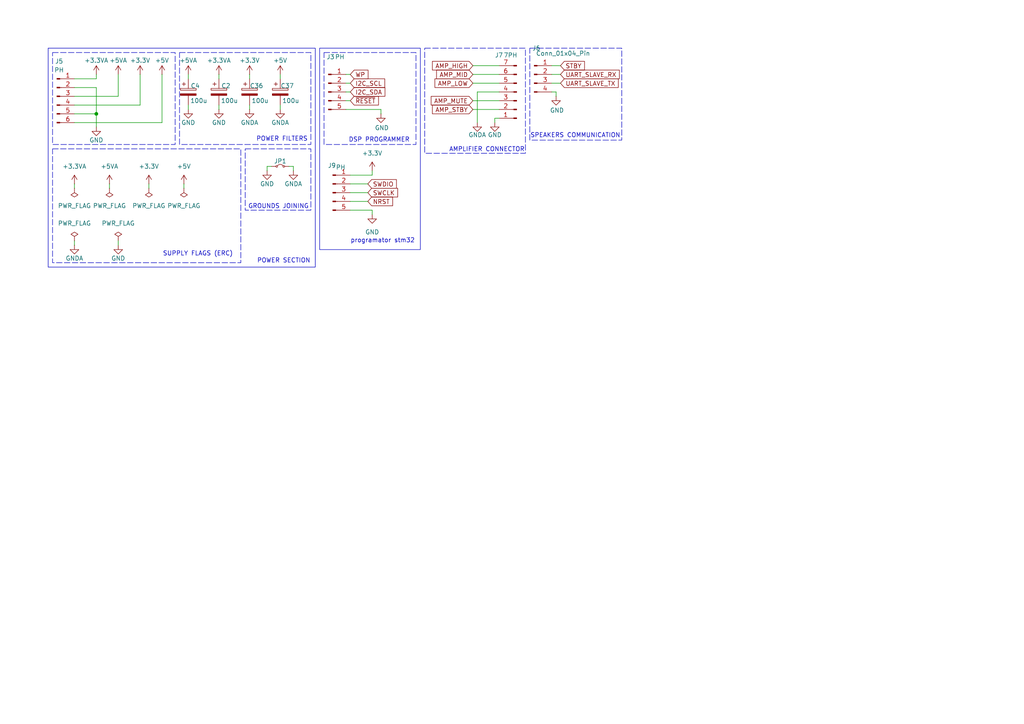
<source format=kicad_sch>
(kicad_sch (version 20231120) (generator "eeschema") (generator_version "8.0")
  (paper "A4")
  (lib_symbols
    (symbol "Connector:Conn_01x04_Pin" (pin_names (offset 1.016) hide)
      (property "Reference" "J" (at 0 5.08 0))
      (property "Value" "Conn_01x04_Pin" (at 0 -7.62 0))
      (symbol "Conn_01x04_Pin_1_1"
        (polyline (pts (xy 1.27 -5.08) (xy 0.8636 -5.08)) (stroke (width 0.1524)))
        (polyline (pts (xy 1.27 -2.54) (xy 0.8636 -2.54)) (stroke (width 0.1524)))
        (polyline (pts (xy 1.27 0) (xy 0.8636 0)) (stroke (width 0.1524)))
        (polyline (pts (xy 1.27 2.54) (xy 0.8636 2.54)) (stroke (width 0.1524)))
        (rectangle (start 0.8636 -4.953) (end 0 -5.207) (stroke (width 0.1524)) (fill (type outline)))
        (rectangle (start 0.8636 -2.413) (end 0 -2.667) (stroke (width 0.1524)) (fill (type outline)))
        (rectangle (start 0.8636 0.127) (end 0 -0.127) (stroke (width 0.1524)) (fill (type outline)))
        (rectangle (start 0.8636 2.667) (end 0 2.413) (stroke (width 0.1524)) (fill (type outline)))
        (pin passive line (at 5.08 2.54 180) (length 3.81) (name "Pin_1") (number "1"))
        (pin passive line (at 5.08 0 180) (length 3.81) (name "Pin_2") (number "2"))
        (pin passive line (at 5.08 -2.54 180) (length 3.81) (name "Pin_3") (number "3"))
        (pin passive line (at 5.08 -5.08 180) (length 3.81) (name "Pin_4") (number "4"))
      )
    )
    (symbol "Connector:Conn_01x05_Pin" (pin_names (offset 1.016) hide)
      (property "Reference" "J" (at 0 7.62 0))
      (property "Value" "Conn_01x05_Pin" (at 0 -7.62 0))
      (symbol "Conn_01x05_Pin_1_1"
        (polyline (pts (xy 1.27 -5.08) (xy 0.8636 -5.08)) (stroke (width 0.1524)))
        (polyline (pts (xy 1.27 -2.54) (xy 0.8636 -2.54)) (stroke (width 0.1524)))
        (polyline (pts (xy 1.27 0) (xy 0.8636 0)) (stroke (width 0.1524)))
        (polyline (pts (xy 1.27 2.54) (xy 0.8636 2.54)) (stroke (width 0.1524)))
        (polyline (pts (xy 1.27 5.08) (xy 0.8636 5.08)) (stroke (width 0.1524)))
        (rectangle (start 0.8636 -4.953) (end 0 -5.207) (stroke (width 0.1524)) (fill (type outline)))
        (rectangle (start 0.8636 -2.413) (end 0 -2.667) (stroke (width 0.1524)) (fill (type outline)))
        (rectangle (start 0.8636 0.127) (end 0 -0.127) (stroke (width 0.1524)) (fill (type outline)))
        (rectangle (start 0.8636 2.667) (end 0 2.413) (stroke (width 0.1524)) (fill (type outline)))
        (rectangle (start 0.8636 5.207) (end 0 4.953) (stroke (width 0.1524)) (fill (type outline)))
        (pin passive line (at 5.08 5.08 180) (length 3.81) (name "Pin_1") (number "1"))
        (pin passive line (at 5.08 2.54 180) (length 3.81) (name "Pin_2") (number "2"))
        (pin passive line (at 5.08 0 180) (length 3.81) (name "Pin_3") (number "3"))
        (pin passive line (at 5.08 -2.54 180) (length 3.81) (name "Pin_4") (number "4"))
        (pin passive line (at 5.08 -5.08 180) (length 3.81) (name "Pin_5") (number "5"))
      )
    )
    (symbol "Connector:Conn_01x06_Pin" (pin_names (offset 1.016) hide)
      (property "Reference" "J" (at 0 7.62 0))
      (property "Value" "Conn_01x06_Pin" (at 0 -10.16 0))
      (symbol "Conn_01x06_Pin_1_1"
        (polyline (pts (xy 1.27 -7.62) (xy 0.8636 -7.62)) (stroke (width 0.1524)))
        (polyline (pts (xy 1.27 -5.08) (xy 0.8636 -5.08)) (stroke (width 0.1524)))
        (polyline (pts (xy 1.27 -2.54) (xy 0.8636 -2.54)) (stroke (width 0.1524)))
        (polyline (pts (xy 1.27 0) (xy 0.8636 0)) (stroke (width 0.1524)))
        (polyline (pts (xy 1.27 2.54) (xy 0.8636 2.54)) (stroke (width 0.1524)))
        (polyline (pts (xy 1.27 5.08) (xy 0.8636 5.08)) (stroke (width 0.1524)))
        (rectangle (start 0.8636 -7.493) (end 0 -7.747) (stroke (width 0.1524)) (fill (type outline)))
        (rectangle (start 0.8636 -4.953) (end 0 -5.207) (stroke (width 0.1524)) (fill (type outline)))
        (rectangle (start 0.8636 -2.413) (end 0 -2.667) (stroke (width 0.1524)) (fill (type outline)))
        (rectangle (start 0.8636 0.127) (end 0 -0.127) (stroke (width 0.1524)) (fill (type outline)))
        (rectangle (start 0.8636 2.667) (end 0 2.413) (stroke (width 0.1524)) (fill (type outline)))
        (rectangle (start 0.8636 5.207) (end 0 4.953) (stroke (width 0.1524)) (fill (type outline)))
        (pin passive line (at 5.08 5.08 180) (length 3.81) (name "Pin_1") (number "1"))
        (pin passive line (at 5.08 2.54 180) (length 3.81) (name "Pin_2") (number "2"))
        (pin passive line (at 5.08 0 180) (length 3.81) (name "Pin_3") (number "3"))
        (pin passive line (at 5.08 -2.54 180) (length 3.81) (name "Pin_4") (number "4"))
        (pin passive line (at 5.08 -5.08 180) (length 3.81) (name "Pin_5") (number "5"))
        (pin passive line (at 5.08 -7.62 180) (length 3.81) (name "Pin_6") (number "6"))
      )
    )
    (symbol "Connector:Conn_01x07_Pin" (pin_names (offset 1.016) hide)
      (property "Reference" "J" (at 0 10.16 0))
      (property "Value" "Conn_01x07_Pin" (at 0 -10.16 0))
      (symbol "Conn_01x07_Pin_1_1"
        (polyline (pts (xy 1.27 -7.62) (xy 0.8636 -7.62)) (stroke (width 0.1524)))
        (polyline (pts (xy 1.27 -5.08) (xy 0.8636 -5.08)) (stroke (width 0.1524)))
        (polyline (pts (xy 1.27 -2.54) (xy 0.8636 -2.54)) (stroke (width 0.1524)))
        (polyline (pts (xy 1.27 0) (xy 0.8636 0)) (stroke (width 0.1524)))
        (polyline (pts (xy 1.27 2.54) (xy 0.8636 2.54)) (stroke (width 0.1524)))
        (polyline (pts (xy 1.27 5.08) (xy 0.8636 5.08)) (stroke (width 0.1524)))
        (polyline (pts (xy 1.27 7.62) (xy 0.8636 7.62)) (stroke (width 0.1524)))
        (rectangle (start 0.8636 -7.493) (end 0 -7.747) (stroke (width 0.1524)) (fill (type outline)))
        (rectangle (start 0.8636 -4.953) (end 0 -5.207) (stroke (width 0.1524)) (fill (type outline)))
        (rectangle (start 0.8636 -2.413) (end 0 -2.667) (stroke (width 0.1524)) (fill (type outline)))
        (rectangle (start 0.8636 0.127) (end 0 -0.127) (stroke (width 0.1524)) (fill (type outline)))
        (rectangle (start 0.8636 2.667) (end 0 2.413) (stroke (width 0.1524)) (fill (type outline)))
        (rectangle (start 0.8636 5.207) (end 0 4.953) (stroke (width 0.1524)) (fill (type outline)))
        (rectangle (start 0.8636 7.747) (end 0 7.493) (stroke (width 0.1524)) (fill (type outline)))
        (pin passive line (at 5.08 7.62 180) (length 3.81) (name "Pin_1") (number "1"))
        (pin passive line (at 5.08 5.08 180) (length 3.81) (name "Pin_2") (number "2"))
        (pin passive line (at 5.08 2.54 180) (length 3.81) (name "Pin_3") (number "3"))
        (pin passive line (at 5.08 0 180) (length 3.81) (name "Pin_4") (number "4"))
        (pin passive line (at 5.08 -2.54 180) (length 3.81) (name "Pin_5") (number "5"))
        (pin passive line (at 5.08 -5.08 180) (length 3.81) (name "Pin_6") (number "6"))
        (pin passive line (at 5.08 -7.62 180) (length 3.81) (name "Pin_7") (number "7"))
      )
    )
    (symbol "Device:C_Polarized" (pin_numbers hide) (pin_names (offset 0.254))
      (property "Reference" "C" (at 0.635 2.54 0))
      (property "Value" "C_Polarized" (at 0.635 -2.54 0))
      (symbol "C_Polarized_0_1"
        (rectangle (start -2.286 0.508) (end 2.286 1.016))
        (polyline (pts (xy -1.778 2.286) (xy -0.762 2.286)))
        (polyline (pts (xy -1.27 2.794) (xy -1.27 1.778)))
        (rectangle (start 2.286 -0.508) (end -2.286 -1.016) (fill (type outline)))
      )
      (symbol "C_Polarized_1_1"
        (pin passive line (at 0 3.81 270) (length 2.794) (name "~") (number "1"))
        (pin passive line (at 0 -3.81 90) (length 2.794) (name "~") (number "2"))
      )
    )
    (symbol "Jumper:Jumper_2_Small_Bridged" (pin_numbers hide) (pin_names (offset 0) hide) (exclude_from_sim yes)
      (property "Reference" "JP" (at 0 2.032 0))
      (property "Value" "Jumper_2_Small_Bridged" (at 0 -2.286 0))
      (symbol "Jumper_2_Small_Bridged_0_0"
        (circle (center -1.016 0) (radius 0.254))
        (circle (center 1.016 0) (radius 0.254))
      )
      (symbol "Jumper_2_Small_Bridged_0_1"
        (arc (start 0.762 0.254) (mid 0 0.5696) (end -0.762 0.254))
      )
      (symbol "Jumper_2_Small_Bridged_1_1"
        (pin passive line (at -2.54 0 0) (length 1.27) (name "A") (number "1"))
        (pin passive line (at 2.54 0 180) (length 1.27) (name "B") (number "2"))
      )
    )
    (symbol "power:+3.3V" (power) (pin_numbers hide) (pin_names (offset 0) hide)
      (property "Value" "+3.3V" (at 0 3.556 0))
      (symbol "+3.3V_0_1"
        (polyline (pts (xy -0.762 1.27) (xy 0 2.54)))
        (polyline (pts (xy 0 0) (xy 0 2.54)))
        (polyline (pts (xy 0 2.54) (xy 0.762 1.27)))
      )
      (symbol "+3.3V_1_1"
        (pin power_in line (at 0 0 90) (length 0) (name "~") (number "1"))
      )
    )
    (symbol "power:+3.3VA" (power) (pin_numbers hide) (pin_names (offset 0) hide)
      (property "Value" "+3.3VA" (at 0 3.556 0))
      (symbol "+3.3VA_0_1"
        (polyline (pts (xy -0.762 1.27) (xy 0 2.54)))
        (polyline (pts (xy 0 0) (xy 0 2.54)))
        (polyline (pts (xy 0 2.54) (xy 0.762 1.27)))
      )
      (symbol "+3.3VA_1_1"
        (pin power_in line (at 0 0 90) (length 0) (name "~") (number "1"))
      )
    )
    (symbol "power:+5V" (power) (pin_numbers hide) (pin_names (offset 0) hide)
      (property "Value" "+5V" (at 0 3.556 0))
      (symbol "+5V_0_1"
        (polyline (pts (xy -0.762 1.27) (xy 0 2.54)))
        (polyline (pts (xy 0 0) (xy 0 2.54)))
        (polyline (pts (xy 0 2.54) (xy 0.762 1.27)))
      )
      (symbol "+5V_1_1"
        (pin power_in line (at 0 0 90) (length 0) (name "~") (number "1"))
      )
    )
    (symbol "power:+5VA" (power) (pin_numbers hide) (pin_names (offset 0) hide)
      (property "Value" "+5VA" (at 0 3.556 0))
      (symbol "+5VA_0_1"
        (polyline (pts (xy -0.762 1.27) (xy 0 2.54)))
        (polyline (pts (xy 0 0) (xy 0 2.54)))
        (polyline (pts (xy 0 2.54) (xy 0.762 1.27)))
      )
      (symbol "+5VA_1_1"
        (pin power_in line (at 0 0 90) (length 0) (name "~") (number "1"))
      )
    )
    (symbol "power:GND" (power) (pin_numbers hide) (pin_names (offset 0) hide)
      (property "Value" "GND" (at 0 -3.81 0))
      (symbol "GND_0_1"
        (polyline (pts (xy 0 0) (xy 0 -1.27) (xy 1.27 -1.27) (xy 0 -2.54) (xy -1.27 -1.27) (xy 0 -1.27)))
      )
      (symbol "GND_1_1"
        (pin power_in line (at 0 0 270) (length 0) (name "~") (number "1"))
      )
    )
    (symbol "power:GNDA" (power) (pin_numbers hide) (pin_names (offset 0) hide)
      (property "Value" "GNDA" (at 0 -3.81 0))
      (symbol "GNDA_0_1"
        (polyline (pts (xy 0 0) (xy 0 -1.27) (xy 1.27 -1.27) (xy 0 -2.54) (xy -1.27 -1.27) (xy 0 -1.27)))
      )
      (symbol "GNDA_1_1"
        (pin power_in line (at 0 0 270) (length 0) (name "~") (number "1"))
      )
    )
    (symbol "power:PWR_FLAG" (power) (pin_numbers hide) (pin_names (offset 0) hide)
      (property "Value" "PWR_FLAG" (at 0 3.81 0))
      (symbol "PWR_FLAG_0_0"
        (pin power_out line (at 0 0 90) (length 0) (name "~") (number "1"))
      )
      (symbol "PWR_FLAG_0_1"
        (polyline (pts (xy 0 0) (xy 0 1.27) (xy -1.016 1.905) (xy 0 2.54) (xy 1.016 1.905) (xy 0 1.27)))
      )
    )
  )
  (junction (at 27.94 33.02))
  (wire (pts (xy 107.95 49.53) (xy 107.95 50.8)))
  (wire (pts (xy 54.61 21.59) (xy 54.61 22.86)))
  (wire (pts (xy 72.39 21.59) (xy 72.39 22.86)))
  (wire (pts (xy 160.02 26.67) (xy 161.29 26.67)))
  (wire (pts (xy 63.5 21.59) (xy 63.5 22.86)))
  (wire (pts (xy 40.64 30.48) (xy 40.64 21.59)))
  (wire (pts (xy 143.51 34.29) (xy 143.51 35.56)))
  (wire (pts (xy 77.47 48.26) (xy 77.47 49.53)))
  (wire (pts (xy 144.78 21.59) (xy 137.16 21.59)))
  (wire (pts (xy 81.28 30.48) (xy 81.28 31.75)))
  (wire (pts (xy 101.6 58.42) (xy 106.68 58.42)))
  (wire (pts (xy 107.95 60.96) (xy 107.95 62.23)))
  (wire (pts (xy 162.56 21.59) (xy 160.02 21.59)))
  (wire (pts (xy 101.6 60.96) (xy 107.95 60.96)))
  (wire (pts (xy 27.94 36.83) (xy 27.94 33.02)))
  (wire (pts (xy 43.18 53.34) (xy 43.18 54.61)))
  (wire (pts (xy 100.33 24.13) (xy 101.6 24.13)))
  (wire (pts (xy 27.94 33.02) (xy 27.94 25.4)))
  (wire (pts (xy 31.75 53.34) (xy 31.75 54.61)))
  (wire (pts (xy 21.59 30.48) (xy 40.64 30.48)))
  (wire (pts (xy 101.6 53.34) (xy 106.68 53.34)))
  (wire (pts (xy 27.94 22.86) (xy 27.94 21.59)))
  (wire (pts (xy 162.56 24.13) (xy 160.02 24.13)))
  (wire (pts (xy 110.49 33.02) (xy 110.49 31.75)))
  (wire (pts (xy 81.28 21.59) (xy 81.28 22.86)))
  (wire (pts (xy 137.16 31.75) (xy 144.78 31.75)))
  (wire (pts (xy 21.59 71.12) (xy 21.59 69.85)))
  (wire (pts (xy 144.78 24.13) (xy 137.16 24.13)))
  (wire (pts (xy 110.49 31.75) (xy 100.33 31.75)))
  (wire (pts (xy 34.29 71.12) (xy 34.29 69.85)))
  (wire (pts (xy 85.09 48.26) (xy 85.09 49.53)))
  (wire (pts (xy 21.59 35.56) (xy 46.99 35.56)))
  (wire (pts (xy 72.39 30.48) (xy 72.39 31.75)))
  (wire (pts (xy 101.6 55.88) (xy 106.68 55.88)))
  (wire (pts (xy 101.6 29.21) (xy 100.33 29.21)))
  (wire (pts (xy 34.29 27.94) (xy 34.29 21.59)))
  (wire (pts (xy 137.16 29.21) (xy 144.78 29.21)))
  (wire (pts (xy 46.99 35.56) (xy 46.99 21.59)))
  (wire (pts (xy 21.59 22.86) (xy 27.94 22.86)))
  (wire (pts (xy 78.74 48.26) (xy 77.47 48.26)))
  (wire (pts (xy 100.33 21.59) (xy 101.6 21.59)))
  (wire (pts (xy 144.78 34.29) (xy 143.51 34.29)))
  (wire (pts (xy 21.59 27.94) (xy 34.29 27.94)))
  (wire (pts (xy 54.61 30.48) (xy 54.61 31.75)))
  (wire (pts (xy 53.34 53.34) (xy 53.34 54.61)))
  (wire (pts (xy 100.33 26.67) (xy 101.6 26.67)))
  (wire (pts (xy 27.94 25.4) (xy 21.59 25.4)))
  (wire (pts (xy 107.95 50.8) (xy 101.6 50.8)))
  (wire (pts (xy 21.59 53.34) (xy 21.59 54.61)))
  (wire (pts (xy 63.5 30.48) (xy 63.5 31.75)))
  (wire (pts (xy 138.43 26.67) (xy 144.78 26.67)))
  (wire (pts (xy 144.78 19.05) (xy 137.16 19.05)))
  (wire (pts (xy 21.59 33.02) (xy 27.94 33.02)))
  (wire (pts (xy 162.56 19.05) (xy 160.02 19.05)))
  (wire (pts (xy 161.29 27.94) (xy 161.29 26.67)))
  (wire (pts (xy 138.43 35.56) (xy 138.43 26.67)))
  (wire (pts (xy 83.82 48.26) (xy 85.09 48.26)))
  (rectangle (start 15.24 43.18) (end 69.85 76.2) (stroke (width 0) (type dash)))
  (rectangle (start 15.24 15.24) (end 50.8 41.91) (stroke (width 0) (type dash)))
  (rectangle (start 52.07 15.24) (end 90.17 41.91) (stroke (width 0) (type dash)))
  (rectangle (start 92.71 13.97) (end 121.92 72.39))
  (rectangle (start 71.12 43.18) (end 90.17 60.96) (stroke (width 0) (type dash)))
  (rectangle (start 93.98 15.24) (end 120.65 41.91) (stroke (width 0) (type dash)))
  (rectangle (start 13.97 13.97) (end 91.44 77.47))
  (rectangle (start 123.19 13.97) (end 152.4 44.45) (stroke (width 0) (type dash)))
  (rectangle (start 153.67 13.97) (end 180.34 40.64) (stroke (width 0) (type dash)))
  (text "SUPPLY FLAGS (ERC)" (at 57.404 73.66 0) (effects (font (size 1.27 1.27))))
  (text "programator stm32" (at 110.998 69.85 0) (effects (font (size 1.27 1.27))))
  (text "GROUNDS JOINING" (at 80.772 59.944 0) (effects (font (size 1.27 1.27))))
  (text "POWER SECTION" (at 82.296 75.692 0) (effects (font (size 1.27 1.27))))
  (text "DSP PROGRAMMER" (at 109.982 40.64 0) (effects (font (size 1.27 1.27))))
  (text "SPEAKERS COMMUNICATION" (at 166.878 39.37 0) (effects (font (size 1.27 1.27))))
  (text "POWER FILTERS" (at 81.788 40.386 0) (effects (font (size 1.27 1.27))))
  (text "AMPLIFIER CONNECTOR\n" (at 141.224 43.434 0) (effects (font (size 1.27 1.27))))
  (global_label "SWCLK" (shape input) (at 106.68 55.88 0) (property "Intersheetrefs" "${INTERSHEET_REFS}" (effects (hide yes))))
  (global_label "AMP_HIGH" (shape input) (at 137.16 19.05 180) (property "Intersheetrefs" "${INTERSHEET_REFS}" (effects (hide yes))))
  (global_label "I2C_SCL" (shape input) (at 101.6 24.13 0) (property "Intersheetrefs" "${INTERSHEET_REFS}" (effects (hide yes))))
  (global_label "STBY" (shape input) (at 162.56 19.05 0) (property "Intersheetrefs" "${INTERSHEET_REFS}" (effects (hide yes))))
  (global_label "AMP_LOW" (shape input) (at 137.16 24.13 180) (property "Intersheetrefs" "${INTERSHEET_REFS}" (effects (hide yes))))
  (global_label "I2C_SDA" (shape input) (at 101.6 26.67 0) (property "Intersheetrefs" "${INTERSHEET_REFS}" (effects (hide yes))))
  (global_label "NRST" (shape input) (at 106.68 58.42 0) (property "Intersheetrefs" "${INTERSHEET_REFS}" (effects (hide yes))))
  (global_label "UART_SLAVE_TX" (shape input) (at 162.56 24.13 0) (property "Intersheetrefs" "${INTERSHEET_REFS}" (effects (hide yes))))
  (global_label "SWDIO" (shape input) (at 106.68 53.34 0) (property "Intersheetrefs" "${INTERSHEET_REFS}" (effects (hide yes))))
  (global_label "~{RESET}" (shape input) (at 101.6 29.21 0) (property "Intersheetrefs" "${INTERSHEET_REFS}" (effects (hide yes))))
  (global_label "WP" (shape input) (at 101.6 21.59 0) (property "Intersheetrefs" "${INTERSHEET_REFS}" (effects (hide yes))))
  (global_label "AMP_MID" (shape input) (at 137.16 21.59 180) (property "Intersheetrefs" "${INTERSHEET_REFS}" (effects (hide yes))))
  (global_label "AMP_MUTE" (shape input) (at 137.16 29.21 180) (property "Intersheetrefs" "${INTERSHEET_REFS}" (effects (hide yes))))
  (global_label "AMP_STBY" (shape input) (at 137.16 31.75 180) (property "Intersheetrefs" "${INTERSHEET_REFS}" (effects (hide yes))))
  (global_label "UART_SLAVE_RX" (shape input) (at 162.56 21.59 0) (property "Intersheetrefs" "${INTERSHEET_REFS}" (effects (hide yes))))
  (symbol (lib_id "Device:C_Polarized") (at 63.5 26.67 0) (unit 1)
    (property "Reference" "C2" (at 65.532 24.892 0))
    (property "Value" "100u" (at 66.548 29.21 0))
    (property "Footprint" "Capacitor_SMD:CP_Elec_5x5.3" (effects (hide yes)))
    (property "Description" "Polarized capacitor" (effects (hide yes)))
  )
  (symbol (lib_id "power:GND") (at 54.61 31.75 0) (unit 1)
    (property "Reference" "#PWR016" (effects (hide yes)))
    (property "Value" "GND" (at 54.61 35.56 0))
    (property "Description" "Power symbol creates a global label with name \"GND\" , ground" (effects (hide yes)))
  )
  (symbol (lib_id "power:+5V") (at 53.34 53.34 0) (unit 1)
    (property "Reference" "#PWR0116" (effects (hide yes)))
    (property "Value" "+5V" (at 53.34 48.26 0))
    (property "Description" "Power symbol creates a global label with name \"+5V\"" (effects (hide yes)))
  )
  (symbol (lib_id "power:GNDA") (at 72.39 31.75 0) (unit 1)
    (property "Reference" "#PWR025" (effects (hide yes)))
    (property "Value" "GNDA" (at 72.39 35.56 0))
    (property "Description" "Power symbol creates a global label with name \"GNDA\" , analog ground" (effects (hide yes)))
  )
  (symbol (lib_id "Connector:Conn_01x04_Pin") (at 154.94 21.59 0) (unit 1)
    (property "Reference" "J6" (at 155.575 13.97 0))
    (property "Value" "Conn_01x04_Pin" (at 163.322 15.494 0))
    (property "Footprint" "Connector_JST:JST_PH_B4B-PH-K_1x04_P2.00mm_Vertical" (effects (hide yes)))
    (property "Description" "Generic connector, single row, 01x04, script generated" (effects (hide yes)))
  )
  (symbol (lib_id "power:PWR_FLAG") (at 31.75 54.61 180) (unit 1)
    (property "Reference" "#FLG03" (effects (hide yes)))
    (property "Value" "PWR_FLAG" (at 31.75 59.69 0))
    (property "Description" "Special symbol for telling ERC where power comes from" (effects (hide yes)))
  )
  (symbol (lib_id "power:GND") (at 34.29 71.12 0) (unit 1)
    (property "Reference" "#PWR0113" (effects (hide yes)))
    (property "Value" "GND" (at 34.29 74.93 0))
    (property "Description" "Power symbol creates a global label with name \"GND\" , ground" (effects (hide yes)))
  )
  (symbol (lib_id "power:PWR_FLAG") (at 21.59 69.85 0) (unit 1)
    (property "Reference" "#FLG02" (effects (hide yes)))
    (property "Value" "PWR_FLAG" (at 21.59 64.77 0))
    (property "Description" "Special symbol for telling ERC where power comes from" (effects (hide yes)))
  )
  (symbol (lib_id "power:GNDA") (at 21.59 71.12 0) (unit 1)
    (property "Reference" "#PWR0109" (effects (hide yes)))
    (property "Value" "GNDA" (at 21.59 74.93 0))
    (property "Description" "Power symbol creates a global label with name \"GNDA\" , analog ground" (effects (hide yes)))
  )
  (symbol (lib_id "power:GNDA") (at 85.09 49.53 0) (unit 1)
    (property "Reference" "#PWR0100" (effects (hide yes)))
    (property "Value" "GNDA" (at 85.09 53.34 0))
    (property "Description" "Power symbol creates a global label with name \"GNDA\" , analog ground" (effects (hide yes)))
  )
  (symbol (lib_id "power:GNDA") (at 81.28 31.75 0) (unit 1)
    (property "Reference" "#PWR050" (effects (hide yes)))
    (property "Value" "GNDA" (at 81.28 35.56 0))
    (property "Description" "Power symbol creates a global label with name \"GNDA\" , analog ground" (effects (hide yes)))
  )
  (symbol (lib_id "power:+3.3VA") (at 63.5 21.59 0) (unit 1)
    (property "Reference" "#PWR052" (effects (hide yes)))
    (property "Value" "+3.3VA" (at 63.5 17.526 0))
    (property "Description" "Power symbol creates a global label with name \"+3.3VA\"" (effects (hide yes)))
  )
  (symbol (lib_id "power:GND") (at 143.51 35.56 0) (unit 1)
    (property "Reference" "#PWR055" (effects (hide yes)))
    (property "Value" "GND" (at 143.51 39.116 0))
    (property "Description" "Power symbol creates a global label with name \"GND\" , ground" (effects (hide yes)))
  )
  (symbol (lib_id "power:+5V") (at 81.28 21.59 0) (unit 1)
    (property "Reference" "#PWR022" (effects (hide yes)))
    (property "Value" "+5V" (at 81.28 17.526 0))
    (property "Description" "Power symbol creates a global label with name \"+5V\"" (effects (hide yes)))
  )
  (symbol (lib_id "Connector:Conn_01x07_Pin") (at 149.86 26.67 180) (unit 1)
    (property "Reference" "J7" (at 143.51 16.002 0) (effects (justify right)))
    (property "Value" "7PH" (at 146.05 16.002 0) (effects (justify right)))
    (property "Footprint" "Connector_JST:JST_PH_B7B-PH-K_1x07_P2.00mm_Vertical" (effects (hide yes)))
    (property "Description" "Generic connector, single row, 01x07, script generated" (effects (hide yes)))
  )
  (symbol (lib_id "power:GND") (at 63.5 31.75 0) (unit 1)
    (property "Reference" "#PWR03" (effects (hide yes)))
    (property "Value" "GND" (at 63.5 35.56 0))
    (property "Description" "Power symbol creates a global label with name \"GND\" , ground" (effects (hide yes)))
  )
  (symbol (lib_id "power:+3.3V") (at 40.64 21.59 0) (unit 1)
    (property "Reference" "#PWR09" (effects (hide yes)))
    (property "Value" "+3.3V" (at 40.64 17.526 0))
    (property "Description" "Power symbol creates a global label with name \"+3.3V\"" (effects (hide yes)))
  )
  (symbol (lib_id "power:+3.3V") (at 107.95 49.53 0) (unit 1)
    (property "Reference" "#PWR067" (effects (hide yes)))
    (property "Value" "+3.3V" (at 107.95 44.45 0))
    (property "Description" "Power symbol creates a global label with name \"+3.3V\"" (effects (hide yes)))
  )
  (symbol (lib_id "Device:C_Polarized") (at 72.39 26.67 0) (unit 1)
    (property "Reference" "C36" (at 74.422 24.892 0))
    (property "Value" "100u" (at 75.438 29.21 0))
    (property "Footprint" "Capacitor_SMD:CP_Elec_5x5.3" (effects (hide yes)))
    (property "Description" "Polarized capacitor" (effects (hide yes)))
  )
  (symbol (lib_id "power:+3.3V") (at 72.39 21.59 0) (unit 1)
    (property "Reference" "#PWR02" (effects (hide yes)))
    (property "Value" "+3.3V" (at 72.39 17.526 0))
    (property "Description" "Power symbol creates a global label with name \"+3.3V\"" (effects (hide yes)))
  )
  (symbol (lib_id "power:+3.3VA") (at 27.94 21.59 0) (unit 1)
    (property "Reference" "#PWR04" (effects (hide yes)))
    (property "Value" "+3.3VA" (at 27.94 17.526 0))
    (property "Description" "Power symbol creates a global label with name \"+3.3VA\"" (effects (hide yes)))
  )
  (symbol (lib_id "Device:C_Polarized") (at 81.28 26.67 0) (unit 1)
    (property "Reference" "C37" (at 83.312 24.892 0))
    (property "Value" "100u" (at 84.328 29.21 0))
    (property "Footprint" "Capacitor_SMD:CP_Elec_5x5.3" (effects (hide yes)))
    (property "Description" "Polarized capacitor" (effects (hide yes)))
  )
  (symbol (lib_id "power:GND") (at 110.49 33.02 0) (unit 1)
    (property "Reference" "#PWR07" (effects (hide yes)))
    (property "Value" "GND" (at 110.744 37.084 0))
    (property "Description" "Power symbol creates a global label with name \"GND\" , ground" (effects (hide yes)))
  )
  (symbol (lib_id "power:PWR_FLAG") (at 21.59 54.61 180) (unit 1)
    (property "Reference" "#FLG01" (effects (hide yes)))
    (property "Value" "PWR_FLAG" (at 21.59 59.69 0))
    (property "Description" "Special symbol for telling ERC where power comes from" (effects (hide yes)))
  )
  (symbol (lib_id "Connector:Conn_01x06_Pin") (at 16.51 27.94 0) (unit 1)
    (property "Reference" "J5" (at 17.145 17.78 0))
    (property "Value" "PH" (at 17.145 20.32 0))
    (property "Footprint" "Connector_JST:JST_PH_B6B-PH-K_1x06_P2.00mm_Vertical" (effects (hide yes)))
    (property "Description" "Generic connector, single row, 01x06, script generated" (effects (hide yes)))
  )
  (symbol (lib_id "Jumper:Jumper_2_Small_Bridged") (at 81.28 48.26 0) (unit 1) (exclude_from_sim yes)
    (property "Reference" "JP1" (at 81.28 46.736 0))
    (property "Value" "Jumper_2_Small_Bridged" (effects (hide yes)))
    (property "Footprint" "Resistor_SMD:R_1206_3216Metric_Pad1.30x1.75mm_HandSolder" (effects (hide yes)))
    (property "Description" "Jumper, 2-pole, small symbol, bridged" (effects (hide yes)))
  )
  (symbol (lib_id "power:PWR_FLAG") (at 53.34 54.61 180) (unit 1)
    (property "Reference" "#FLG07" (effects (hide yes)))
    (property "Value" "PWR_FLAG" (at 53.34 59.69 0))
    (property "Description" "Special symbol for telling ERC where power comes from" (effects (hide yes)))
  )
  (symbol (lib_id "power:+5V") (at 46.99 21.59 0) (unit 1)
    (property "Reference" "#PWR013" (effects (hide yes)))
    (property "Value" "+5V" (at 46.99 17.526 0))
    (property "Description" "Power symbol creates a global label with name \"+5V\"" (effects (hide yes)))
  )
  (symbol (lib_id "power:GND") (at 161.29 27.94 0) (unit 1)
    (property "Reference" "#PWR053" (effects (hide yes)))
    (property "Value" "GND" (at 161.544 32.004 0))
    (property "Description" "Power symbol creates a global label with name \"GND\" , ground" (effects (hide yes)))
  )
  (symbol (lib_id "power:+5VA") (at 31.75 53.34 0) (unit 1)
    (property "Reference" "#PWR0111" (effects (hide yes)))
    (property "Value" "+5VA" (at 31.75 48.26 0))
    (property "Description" "Power symbol creates a global label with name \"+5VA\"" (effects (hide yes)))
  )
  (symbol (lib_id "power:GND") (at 27.94 36.83 0) (unit 1)
    (property "Reference" "#PWR021" (effects (hide yes)))
    (property "Value" "GND" (at 27.94 40.64 0))
    (property "Description" "Power symbol creates a global label with name \"GND\" , ground" (effects (hide yes)))
  )
  (symbol (lib_id "power:GNDA") (at 138.43 35.56 0) (unit 1)
    (property "Reference" "#PWR057" (effects (hide yes)))
    (property "Value" "GNDA" (at 138.43 39.116 0))
    (property "Description" "Power symbol creates a global label with name \"GNDA\" , analog ground" (effects (hide yes)))
  )
  (symbol (lib_id "power:GND") (at 107.95 62.23 0) (unit 1)
    (property "Reference" "#PWR068" (effects (hide yes)))
    (property "Value" "GND" (at 107.95 67.31 0))
    (property "Description" "Power symbol creates a global label with name \"GND\" , ground" (effects (hide yes)))
  )
  (symbol (lib_id "power:+3.3VA") (at 21.59 53.34 0) (unit 1)
    (property "Reference" "#PWR0108" (effects (hide yes)))
    (property "Value" "+3.3VA" (at 21.59 48.26 0))
    (property "Description" "Power symbol creates a global label with name \"+3.3VA\"" (effects (hide yes)))
  )
  (symbol (lib_id "power:PWR_FLAG") (at 43.18 54.61 180) (unit 1)
    (property "Reference" "#FLG05" (effects (hide yes)))
    (property "Value" "PWR_FLAG" (at 43.18 59.69 0))
    (property "Description" "Special symbol for telling ERC where power comes from" (effects (hide yes)))
  )
  (symbol (lib_id "power:GND") (at 77.47 49.53 0) (unit 1)
    (property "Reference" "#PWR099" (effects (hide yes)))
    (property "Value" "GND" (at 77.47 53.34 0))
    (property "Description" "Power symbol creates a global label with name \"GND\" , ground" (effects (hide yes)))
  )
  (symbol (lib_id "power:+5VA") (at 54.61 21.59 0) (unit 1)
    (property "Reference" "#PWR056" (effects (hide yes)))
    (property "Value" "+5VA" (at 54.61 17.526 0))
    (property "Description" "Power symbol creates a global label with name \"+5VA\"" (effects (hide yes)))
  )
  (symbol (lib_id "power:+3.3V") (at 43.18 53.34 0) (unit 1)
    (property "Reference" "#PWR0114" (effects (hide yes)))
    (property "Value" "+3.3V" (at 43.18 48.26 0))
    (property "Description" "Power symbol creates a global label with name \"+3.3V\"" (effects (hide yes)))
  )
  (symbol (lib_id "power:+5VA") (at 34.29 21.59 0) (unit 1)
    (property "Reference" "#PWR05" (effects (hide yes)))
    (property "Value" "+5VA" (at 34.29 17.526 0))
    (property "Description" "Power symbol creates a global label with name \"+5VA\"" (effects (hide yes)))
  )
  (symbol (lib_id "Connector:Conn_01x05_Pin") (at 96.52 55.88 0) (unit 1)
    (property "Reference" "J9" (at 96.266 48.006 0))
    (property "Value" "PH" (at 98.806 48.514 0))
    (property "Footprint" "Connector_JST:JST_PH_B5B-PH-K_1x05_P2.00mm_Vertical" (effects (hide yes)))
    (property "Description" "Generic connector, single row, 01x05, script generated" (effects (hide yes)))
  )
  (symbol (lib_id "Connector:Conn_01x05_Pin") (at 95.25 26.67 0) (unit 1)
    (property "Reference" "J3" (at 95.885 16.51 0))
    (property "Value" "PH" (at 98.552 16.51 0))
    (property "Footprint" "Connector_JST:JST_PH_B5B-PH-K_1x05_P2.00mm_Vertical" (effects (hide yes)))
    (property "Description" "Generic connector, single row, 01x05, script generated" (effects (hide yes)))
  )
  (symbol (lib_id "power:PWR_FLAG") (at 34.29 69.85 0) (unit 1)
    (property "Reference" "#FLG04" (effects (hide yes)))
    (property "Value" "PWR_FLAG" (at 34.29 64.77 0))
    (property "Description" "Special symbol for telling ERC where power comes from" (effects (hide yes)))
  )
  (symbol (lib_id "Device:C_Polarized") (at 54.61 26.67 0) (unit 1)
    (property "Reference" "C4" (at 56.642 24.892 0))
    (property "Value" "100u" (at 57.658 29.21 0))
    (property "Footprint" "Capacitor_SMD:CP_Elec_5x5.3" (effects (hide yes)))
    (property "Description" "Polarized capacitor" (effects (hide yes)))
  )
)
</source>
